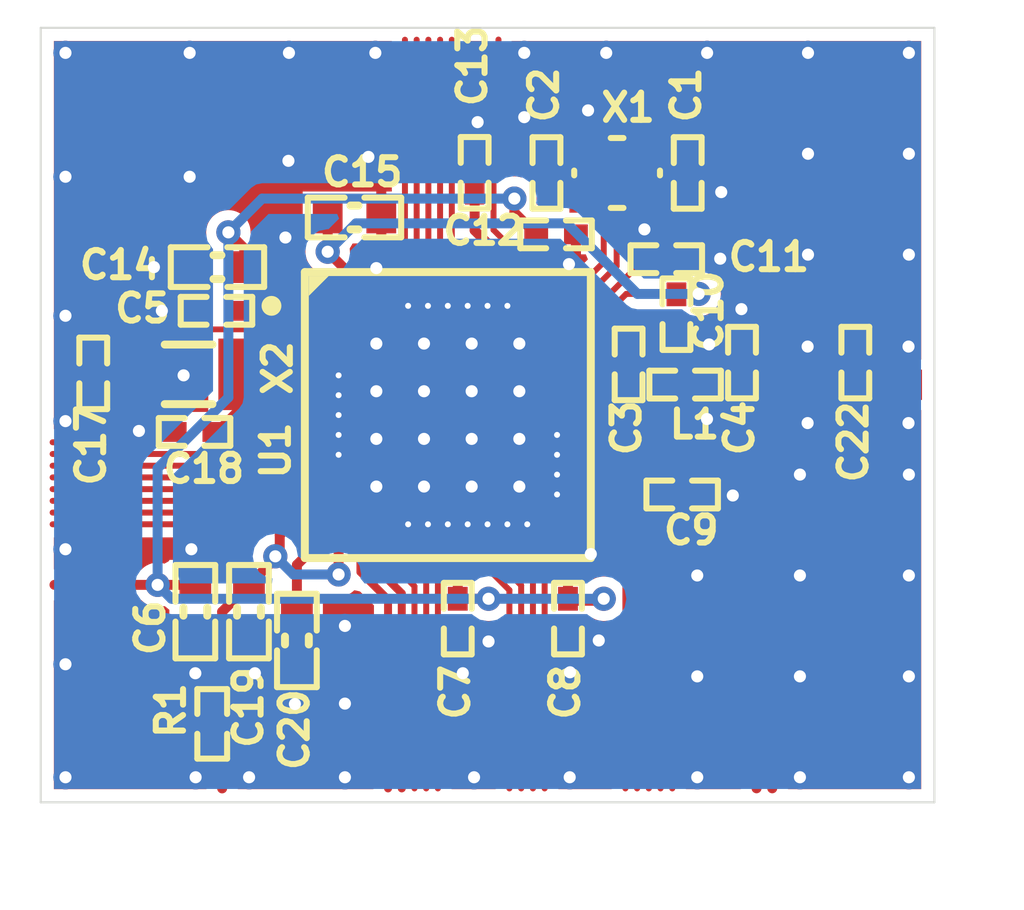
<source format=kicad_pcb>
(kicad_pcb (version 20221018) (generator pcbnew)
  (layers (0 "F.Cu" signal "Top Layer") (1 "In1.Cu" signal "Mid Layer 1") (2 "In2.Cu" signal "Mid Layer 2") (31 "B.Cu" signal "Bottom Layer") (34 "B.Paste" user "Bottom Paste") (35 "F.Paste" user "Top Paste") (36 "B.SilkS" user "Bottom Overlay") (37 "F.SilkS" user "Top Overlay") (38 "B.Mask" user "Bottom Solder") (39 "F.Mask" user "Top Solder") (44 "Edge.Cuts" user))
  (net 0 "")
  (net 1 "VBUS")
  (net 2 "NetC20_1")
  (net 3 "P1.15")
  (net 4 "P1.14")
  (net 5 "P1.13")
  (net 6 "P1.12")
  (net 7 "P1.11")
  (net 8 "P1.10")
  (net 9 "P1.09")
  (net 10 "P1.08")
  (net 11 "P1.07")
  (net 12 "P1.06")
  (net 13 "P1.05")
  (net 14 "P1.04")
  (net 15 "P1.03")
  (net 16 "P1.02")
  (net 17 "P1.01")
  (net 18 "P1.00")
  (net 19 "P0.31/AIN7")
  (net 20 "P0.30/AIN6")
  (net 21 "P0.29/AIN5")
  (net 22 "P0.18/RESET")
  (net 23 "P0.10/NFC2")
  (net 24 "P0.09/NFC1")
  (net 25 "NetC13_1")
  (net 26 "VBUS_nRF")
  (net 27 "NetC9_1")
  (net 28 "D-")
  (net 29 "D+")
  (net 30 "VDD_NRF")
  (net 31 "SWDIO")
  (net 32 "RF")
  (net 33 "P0.28/AIN4")
  (net 34 "P0.05/AIN3")
  (net 35 "P0.04/AIN2")
  (net 36 "P0.03/AIN1")
  (net 37 "P0.02/AIN0")
  (net 38 "P0.01/XL2")
  (net 39 "P0.00/XL1")
  (net 40 "NetC3_2")
  (net 41 "DEC3")
  (net 42 "GND")
  (net 43 "SWDCLK")
  (net 44 "P0.27")
  (net 45 "P0.26")
  (net 46 "P0.25")
  (net 47 "P0.24")
  (net 48 "P0.23")
  (net 49 "P0.22")
  (net 50 "P0.21")
  (net 51 "P0.20")
  (net 52 "P0.19")
  (net 53 "P0.17")
  (net 54 "P0.16")
  (net 55 "P0.15")
  (net 56 "P0.14")
  (net 57 "P0.13")
  (net 58 "P0.12")
  (net 59 "P0.11")
  (net 60 "P0.08")
  (net 61 "P0.07")
  (net 62 "P0.06")
  (net 63 "DEC1")
  (net 64 "DEC4_6")
  (net 65 "XC1")
  (net 66 "XC2")
  (footprint "D:_Applications_test_rsk_lib_RSK-ONLY_PcbLib_Passive.PcbLib_CAPC1608X06L" (layer "F.Cu") (at 141.70109 101.2786 180)
    (fp_text reference "C14")
    (fp_text value "1.0µF" hide)
  )
  (footprint "D:_Applications_test_rsk_lib_RSK-ONLY_PcbLib_Passive.PcbLib_CAPC1005X04L" (layer "F.Cu") (at 153.25666 102.4636 90)
    (fp_text reference "C10")
    (fp_text value "N.C." hide)
  )
  (footprint "" (layer "F.Cu") (at 159.0581 104.2416)
    (fp_text reference "")
    (fp_text value "")
  )
  (footprint "D:_Applications_test_rsk_lib_RSK-ONLY_PcbLib_Passive.PcbLib_CAPC1005X04L" (layer "F.Cu") (at 150.2261 100.4536)
    (fp_text reference "C12")
    (fp_text value "100nF" hide)
  )
  (footprint "D:_Applications_test_rsk_lib_RSK-ONLY_PcbLib_Passive.PcbLib_CAPC1608X06L" (layer "F.Cu") (at 141.1441 109.95361 -90)
    (fp_text reference "C6")
    (fp_text value "4.7µF" hide)
  )
  (footprint "D:_Applications_test_rsk_lib_RSK-ONLY_PcbLib_Passive.PcbLib_CAPC1005X04L" (layer "F.Cu") (at 138.5737 103.9536 90)
    (fp_text reference "C17")
    (fp_text value "12pF" hide)
  )
  (footprint "D:_Applications_test_rsk_lib_RSK-ONLY_PcbLib_Passive.PcbLib_CAPC1005X04L" (layer "F.Cu") (at 148.1761 98.9036 90)
    (fp_text reference "C13")
    (fp_text value "N.C." hide)
  )
  (footprint "Nordic Passive DB.DbLib:CAPC1005X04L" (layer "F.Cu") (at 152.05269 103.7282 -90)
    (fp_text reference "C3")
    (fp_text value "0.8pF" hide)
  )
  (footprint "D:_Applications_test_rsk_lib_RSK-ONLY_PcbLib_Passive.PcbLib_RESC1005X04L" (layer "F.Cu") (at 141.5691 112.7786 90)
    (fp_text reference "R1")
    (fp_text value "2R2" hide)
  )
  (footprint "0402.PCBLIB:CAPC1005X04L" (layer "F.Cu") (at 153.5403 98.90819 -90)
    (fp_text reference "C1")
    (fp_text value "12pF" hide)
  )
  (footprint "D:_Applications_test_rsk_lib_RSK-ONLY_PcbLib_Passive.PcbLib_CAPC1608X06L" (layer "F.Cu") (at 143.70107 110.6786 -90)
    (fp_text reference "C20")
    (fp_text value "4.7µF" hide)
  )
  (footprint "0402.PCBLIB:CAPC1005X04L" (layer "F.Cu") (at 147.7511 110.1286 -90)
    (fp_text reference "C7")
    (fp_text value "100nF" hide)
  )
  (footprint "0402.PCBLIB:CAPC1005X04L" (layer "F.Cu") (at 153.40107 107.0036)
    (fp_text reference "C9")
    (fp_text value "820pF" hide)
  )
  (footprint "0402.PCBLIB:CAPC1005X04L" (layer "F.Cu") (at 150.5261 110.1286 -90)
    (fp_text reference "C8")
    (fp_text value "100nF" hide)
  )
  (footprint "C:_Repositories_Applications_test_rsk_lib_RSK-ONLY_PcbLib_pcblib.PcbLib_XTAL_3215" (layer "F.Cu") (at 140.9737 103.9786)
    (fp_text reference "X2")
    (fp_text value "32.768kHz" hide)
  )
  (footprint "D:_Applications_test_rsk_lib_RSK-ONLY_PcbLib_AQFN50P700X700X85_HS-74N.PcbLib_AQFN50P700X700X85_HS-74N" (layer "F.Cu") (at 147.5011 105.0036)
    (fp_text reference "U1")
    (fp_text value "nRF52840-QIAA" hide)
  )
  (footprint "Nordic Passive DB.DbLib/Inductors$:INDC1005X04L" (layer "F.Cu") (at 153.47509 104.2362)
    (fp_text reference "L1")
    (fp_text value "4.7nH" hide)
  )
  (footprint "Nordic Discrete DB.DbLib/Crystal_Osc$:BT-XTAL_2016" (layer "F.Cu") (at 151.7623 98.90819 180)
    (fp_text reference "X1")
    (fp_text value "32MHz" hide)
  )
  (footprint "0402.PCBLIB:CAPC1005X04L" (layer "F.Cu") (at 141.6761 102.3786 180)
    (fp_text reference "C5")
    (fp_text value "100nF" hide)
  )
  (footprint "C:_Applications_test_rsk_lib_RSK-ONLY_PcbLib_Passive.PcbLib_CAPC1005X04L" (layer "F.Cu") (at 154.90766 103.6828 -90)
    (fp_text reference "C4")
    (fp_text value "0.5pF" hide)
  )
  (footprint "D:_Applications_test_rsk_lib_RSK-ONLY_PcbLib_Passive.PcbLib_CAPC1608X06L" (layer "F.Cu") (at 145.1511 100.0286 180)
    (fp_text reference "C15")
    (fp_text value "1.0µF" hide)
  )
  (footprint "0402.PCBLIB:CAPC1005X04L" (layer "F.Cu") (at 149.9843 98.90819 90)
    (fp_text reference "C2")
    (fp_text value "12pF" hide)
  )
  (footprint "D:_Applications_test_rsk_lib_RSK-ONLY_PcbLib_Passive.PcbLib_CAPC1608X06L" (layer "F.Cu") (at 142.49409 109.95361 -90)
    (fp_text reference "C19")
    (fp_text value "4.7µF" hide)
  )
  (footprint "D:_Applications_test_rsk_lib_RSK-ONLY_PcbLib_Passive.PcbLib_CAPC1005X04L" (layer "F.Cu") (at 153.0011 101.0786)
    (fp_text reference "C11")
    (fp_text value "100pF" hide)
  )
  (footprint "D:_Applications_test_rsk_lib_RSK-ONLY_PcbLib_Passive.PcbLib_CAPC1005X04L" (layer "F.Cu") (at 141.1237 105.4286 180)
    (fp_text reference "C18")
    (fp_text value "12pF" hide)
  )
  (footprint "C:_Application_test_rsk_lib_RSK-ONLY_PcbLib_Passive.PcbLib_CAPC1005X04L" (layer "F.Cu") (at 157.76009 103.6828 90)
    (fp_text reference "C22")
    (fp_text value "N.C." hide)
  )
  (gr_line (start 159.7511 114.7536) (end 159.7511 95.2536) (stroke (width 0.05)) (layer "Edge.Cuts"))
  (gr_line (start 137.2511 114.7536) (end 159.7511 114.7536) (stroke (width 0.05)) (layer "Edge.Cuts"))
  (gr_line (start 137.2511 95.2536) (end 137.2511 114.7536) (stroke (width 0.05)) (layer "Edge.Cuts"))
  (gr_line (start 159.7511 95.2536) (end 137.2511 95.2536) (stroke (width 0.05)) (layer "Edge.Cuts"))
  (segment (start 141.8191 114.4036) (end 141.8191 113.5286) (width 0.25) (layer "F.Cu") (net 1))
  (segment (start 141.5691 113.2786) (end 141.8191 113.5286) (width 0.25) (layer "F.Cu") (net 1))
  (segment (start 143.70107 108.774) (end 144.34359 108.13148) (width 0.25) (layer "F.Cu") (net 2))
  (segment (start 145.3756 107.8791) (end 145.5011 107.7536) (width 0.184) (layer "F.Cu") (net 2))
  (segment (start 144.34359 108.13148) (end 144.59597 107.8791) (width 0.184) (layer "F.Cu") (net 2))
  (segment (start 144.59597 107.8791) (end 145.3756 107.8791) (width 0.184) (layer "F.Cu") (net 2))
  (segment (start 143.70107 110.0036) (end 143.70107 108.774) (width 0.25) (layer "F.Cu") (net 2))
  (segment (start 147.3061 101.21642) (end 147.3061 95.5536) (width 0.15) (layer "F.Cu") (net 3))
  (segment (start 147.7511 101.7536) (end 147.7511 101.66141) (width 0.15) (layer "F.Cu") (net 3))
  (segment (start 147.3061 101.21642) (end 147.7511 101.66141) (width 0.15) (layer "F.Cu") (net 3))
  (via micro (at 148.00109 102.2536) (size 0.35) (drill 0.15) (layers "F.Cu" "In1.Cu") (net 4))
  (segment (start 147.6011 101.09422) (end 147.6011 95.5536) (width 0.15) (layer "F.Cu") (net 5))
  (segment (start 148.2511 101.7536) (end 148.2511 101.74422) (width 0.15) (layer "F.Cu") (net 5))
  (segment (start 147.6011 101.09422) (end 148.2511 101.74422) (width 0.15) (layer "F.Cu") (net 5))
  (via micro (at 148.5011 102.2536) (size 0.35) (drill 0.15) (layers "F.Cu" "In1.Cu") (net 6))
  (via micro (at 149.0011 102.2536) (size 0.35) (drill 0.15) (layers "F.Cu" "In1.Cu") (net 7))
  (segment (start 148.65129 100.3417) (end 148.65129 98.7286) (width 0.15) (layer "F.Cu") (net 8))
  (segment (start 148.7759 98.60399) (end 148.7759 95.55) (width 0.15) (layer "F.Cu") (net 8))
  (segment (start 148.65129 100.3417) (end 149.2511 100.94151) (width 0.15) (layer "F.Cu") (net 8))
  (segment (start 149.2511 101.7536) (end 149.2511 100.94151) (width 0.15) (layer "F.Cu") (net 8))
  (segment (start 148.65129 98.7286) (end 148.7759 98.60399) (width 0.15) (layer "F.Cu") (net 8))
  (segment (start 144.07609 105.7536) (end 144.2511 105.7536) (width 0.15) (layer "F.Cu") (net 9))
  (segment (start 137.5511 107.4586) (end 142.3711 107.4586) (width 0.15) (layer "F.Cu") (net 9))
  (segment (start 142.3711 107.4586) (end 144.07609 105.7536) (width 0.15) (layer "F.Cu") (net 9))
  (via micro (at 144.7511 105.5036) (size 0.35) (drill 0.15) (layers "F.Cu" "In1.Cu") (net 10))
  (via micro (at 150.2511 105.5036) (size 0.35) (drill 0.15) (layers "F.Cu" "In1.Cu") (net 11))
  (segment (start 150.76987 105.7536) (end 153.1515 108.13523) (width 0.15) (layer "F.Cu") (net 12))
  (segment (start 150.7511 105.7536) (end 150.76987 105.7536) (width 0.15) (layer "F.Cu") (net 12))
  (segment (start 153.1515 114.40361) (end 153.1515 108.13523) (width 0.15) (layer "F.Cu") (net 12))
  (via micro (at 150.2511 106.0036) (size 0.35) (drill 0.15) (layers "F.Cu" "In1.Cu") (net 13))
  (segment (start 152.8565 114.40361) (end 152.8565 108.25742) (width 0.15) (layer "F.Cu") (net 14))
  (segment (start 150.85267 106.2536) (end 152.8565 108.25742) (width 0.15) (layer "F.Cu") (net 14))
  (segment (start 150.7511 106.2536) (end 150.85267 106.2536) (width 0.15) (layer "F.Cu") (net 14))
  (via micro (at 150.2511 106.5036) (size 0.35) (drill 0.15) (layers "F.Cu" "In1.Cu") (net 15))
  (segment (start 150.93548 106.7536) (end 152.5615 108.37962) (width 0.15) (layer "F.Cu") (net 16))
  (segment (start 152.5615 114.40361) (end 152.5615 108.37962) (width 0.15) (layer "F.Cu") (net 16))
  (segment (start 150.7511 106.7536) (end 150.93548 106.7536) (width 0.15) (layer "F.Cu") (net 16))
  (via micro (at 150.2511 107.0036) (size 0.35) (drill 0.15) (layers "F.Cu" "In1.Cu") (net 17))
  (segment (start 149.9385 114.4036) (end 149.9385 109.04605) (width 0.15) (layer "F.Cu") (net 18))
  (segment (start 149.7511 108.85865) (end 149.7511 108.2536) (width 0.15) (layer "F.Cu") (net 18))
  (segment (start 149.7511 108.85865) (end 149.9385 109.04605) (width 0.15) (layer "F.Cu") (net 18))
  (segment (start 146.2511 101.7536) (end 146.2511 101.5436) (width 0.15) (layer "F.Cu") (net 19))
  (segment (start 146.4211 101.3736) (end 146.4211 95.5536) (width 0.15) (layer "F.Cu") (net 19))
  (segment (start 146.2511 101.5436) (end 146.4211 101.3736) (width 0.15) (layer "F.Cu") (net 19))
  (via micro (at 146.5011 102.2536) (size 0.35) (drill 0.15) (layers "F.Cu" "In1.Cu") (net 20))
  (segment (start 146.7161 101.71861) (end 146.7161 95.5536) (width 0.15) (layer "F.Cu") (net 21))
  (segment (start 146.7161 101.71861) (end 146.7511 101.7536) (width 0.15) (layer "F.Cu") (net 21))
  (via micro (at 147.5011 107.7536) (size 0.35) (drill 0.15) (layers "F.Cu" "In1.Cu") (net 22))
  (segment (start 154.95991 105.8586) (end 155.6685 106.56719) (width 0.25) (layer "F.Cu") (net 23))
  (segment (start 152.54962 105.8586) (end 154.95991 105.8586) (width 0.25) (layer "F.Cu") (net 23))
  (segment (start 155.6685 114.4016) (end 155.6685 106.56719) (width 0.25) (layer "F.Cu") (net 23))
  (segment (start 150.94462 104.2536) (end 152.54962 105.8586) (width 0.25) (layer "F.Cu") (net 23))
  (segment (start 150.7511 104.2536) (end 150.94462 104.2536) (width 0.25) (layer "F.Cu") (net 23))
  (segment (start 155.2735 114.4016) (end 155.2735 106.7308) (width 0.25) (layer "F.Cu") (net 24))
  (segment (start 152.386 106.2536) (end 154.7963 106.2536) (width 0.25) (layer "F.Cu") (net 24))
  (segment (start 150.886 104.7536) (end 152.386 106.2536) (width 0.25) (layer "F.Cu") (net 24))
  (segment (start 150.7511 104.7536) (end 150.886 104.7536) (width 0.25) (layer "F.Cu") (net 24))
  (segment (start 154.7963 106.2536) (end 155.2735 106.7308) (width 0.25) (layer "F.Cu") (net 24))
  (segment (start 148.7511 101.7536) (end 148.7511 100.92941) (width 0.25) (layer "F.Cu") (net 25))
  (segment (start 148.1761 100.35441) (end 148.7511 100.92941) (width 0.25) (layer "F.Cu") (net 25))
  (segment (start 148.1761 100.35441) (end 148.1761 99.4036) (width 0.25) (layer "F.Cu") (net 25))
  (segment (start 143.26909 108.5036) (end 143.26909 108.02432) (width 0.25) (layer "F.Cu") (net 26))
  (segment (start 141.8191 112.0286) (end 141.8191 109.9536) (width 0.25) (layer "F.Cu") (net 26))
  (segment (start 141.5691 112.2786) (end 141.8191 112.0286) (width 0.25) (layer "F.Cu") (net 26))
  (segment (start 143.26909 108.02432) (end 144.13131 107.1621) (width 0.25) (layer "F.Cu") (net 26))
  (segment (start 142.49409 109.27861) (end 143.26909 108.5036) (width 0.25) (layer "F.Cu") (net 26))
  (segment (start 144.7511 109.0168) (end 144.7511 108.2536) (width 0.25) (layer "F.Cu") (net 26))
  (segment (start 144.13131 107.1621) (end 144.51631 107.1621) (width 0.25) (layer "F.Cu") (net 26))
  (segment (start 144.6748 107.0036) (end 144.7511 107.0036) (width 0.25) (layer "F.Cu") (net 26))
  (segment (start 144.51631 107.1621) (end 144.6748 107.0036) (width 0.25) (layer "F.Cu") (net 26))
  (segment (start 141.8191 109.9536) (end 142.49409 109.27861) (width 0.25) (layer "F.Cu") (net 26))
  (via (at 143.1577 108.5596) (size 0.6096) (drill 0.3048) (layers "F.Cu" "B.Cu") (net 26))
  (via (at 144.7511 109.0168) (size 0.6096) (drill 0.3048) (layers "F.Cu" "B.Cu") (net 26))
  (segment (start 143.6149 109.0168) (end 144.7511 109.0168) (width 0.25) (layer "B.Cu") (net 26))
  (segment (start 143.1831 108.585) (end 143.6149 109.0168) (width 0.25) (layer "B.Cu") (net 26))
  (segment (start 152.57739 107.0036) (end 152.90107 107.0036) (width 0.25) (layer "F.Cu") (net 27))
  (segment (start 150.7511 105.2536) (end 150.82739 105.2536) (width 0.25) (layer "F.Cu") (net 27))
  (segment (start 150.82739 105.2536) (end 152.57739 107.0036) (width 0.25) (layer "F.Cu") (net 27))
  (segment (start 145.3009 108.9534) (end 145.3009 108.30341) (width 0.2) (layer "F.Cu") (net 28))
  (segment (start 145.3009 108.9534) (end 145.9961 109.6486) (width 0.2) (layer "F.Cu") (net 28))
  (segment (start 145.2511 108.2536) (end 145.3009 108.30341) (width 0.2) (layer "F.Cu") (net 28))
  (segment (start 145.9961 114.4036) (end 145.9961 109.6486) (width 0.2) (layer "F.Cu") (net 28))
  (segment (start 146.3411 114.4036) (end 146.3411 109.4936) (width 0.2) (layer "F.Cu") (net 29))
  (segment (start 145.75109 108.9036) (end 146.3411 109.4936) (width 0.2) (layer "F.Cu") (net 29))
  (segment (start 145.75109 108.9036) (end 145.75109 108.2536) (width 0.2) (layer "F.Cu") (net 29))
  (segment (start 150.2511 108.2536) (end 150.5261 108.5286) (width 0.25) (layer "F.Cu") (net 30))
  (segment (start 149.7261 100.4536) (end 149.7511 100.4786) (width 0.25) (layer "F.Cu") (net 30))
  (segment (start 150.5761 109.6786) (end 151.4261 109.6786) (width 0.25) (layer "F.Cu") (net 30))
  (segment (start 150.5261 109.6286) (end 150.5761 109.6786) (width 0.25) (layer "F.Cu") (net 30))
  (segment (start 142.63119 108.1036) (end 143.98119 106.7536) (width 0.25) (layer "F.Cu") (net 30))
  (segment (start 142.37609 101.2786) (end 143.2761 101.2786) (width 0.25) (layer "F.Cu") (net 30))
  (segment (start 143.98119 106.7536) (end 144.2511 106.7536) (width 0.25) (layer "F.Cu") (net 30))
  (segment (start 141.9761 100.4036) (end 142.37609 100.8036) (width 0.25) (layer "F.Cu") (net 30))
  (segment (start 147.7511 109.6286) (end 148.5261 109.6286) (width 0.25) (layer "F.Cu") (net 30))
  (segment (start 143.2761 101.2786) (end 144.2511 102.2536) (width 0.25) (layer "F.Cu") (net 30))
  (segment (start 137.5973 109.27861) (end 140.1941 109.27861) (width 0.25) (layer "F.Cu") (net 30))
  (segment (start 147.7511 109.6286) (end 147.7511 108.2536) (width 0.25) (layer "F.Cu") (net 30))
  (segment (start 142.3191 108.1036) (end 142.63119 108.1036) (width 0.25) (layer "F.Cu") (net 30))
  (segment (start 149.1761 99.9036) (end 149.7261 100.4536) (width 0.25) (layer "F.Cu") (net 30))
  (segment (start 141.1441 109.27861) (end 142.3191 108.1036) (width 0.25) (layer "F.Cu") (net 30))
  (segment (start 142.37609 101.2786) (end 142.37609 100.8036) (width 0.25) (layer "F.Cu") (net 30))
  (segment (start 149.7511 101.7536) (end 149.7511 100.4786) (width 0.25) (layer "F.Cu") (net 30))
  (segment (start 149.1761 99.9036) (end 149.1761 99.5536) (width 0.25) (layer "F.Cu") (net 30))
  (segment (start 140.1941 109.27861) (end 141.1441 109.27861) (width 0.25) (layer "F.Cu") (net 30))
  (segment (start 150.5261 109.6286) (end 150.5261 108.5286) (width 0.25) (layer "F.Cu") (net 30))
  (via (at 148.5261 109.6286) (size 0.6096) (drill 0.3048) (layers "F.Cu" "B.Cu") (net 30))
  (via (at 151.4261 109.6286) (size 0.6096) (drill 0.3048) (layers "F.Cu" "B.Cu") (net 30))
  (via (at 149.1761 99.5536) (size 0.6096) (drill 0.3048) (layers "F.Cu" "B.Cu") (net 30))
  (via (at 140.1941 109.27861) (size 0.6096) (drill 0.3048) (layers "F.Cu" "B.Cu") (net 30))
  (via (at 141.9761 100.4036) (size 0.6096) (drill 0.3048) (layers "F.Cu" "B.Cu") (net 30))
  (segment (start 142.82609 99.5536) (end 149.1761 99.5536) (width 0.25) (layer "B.Cu") (net 30))
  (segment (start 140.1941 106.3416) (end 141.9761 104.5596) (width 0.25) (layer "B.Cu") (net 30))
  (segment (start 140.1941 109.27861) (end 140.1941 106.3416) (width 0.25) (layer "B.Cu") (net 30))
  (segment (start 148.5261 109.6286) (end 148.5261 109.6286) (width 0.25) (layer "B.Cu") (net 30))
  (segment (start 148.5261 109.6286) (end 151.4261 109.6286) (width 0.25) (layer "B.Cu") (net 30))
  (segment (start 140.5441 109.6286) (end 148.5261 109.6286) (width 0.25) (layer "B.Cu") (net 30))
  (segment (start 141.9761 100.4036) (end 142.82609 99.5536) (width 0.25) (layer "B.Cu") (net 30))
  (segment (start 140.1941 109.27861) (end 140.5441 109.6286) (width 0.25) (layer "B.Cu") (net 30))
  (segment (start 141.9761 104.5596) (end 141.9761 100.4036) (width 0.25) (layer "B.Cu") (net 30))
  (segment (start 151.1011 107.7536) (end 151.9715 108.624) (width 0.15) (layer "F.Cu") (net 31))
  (segment (start 151.9715 114.40361) (end 151.9715 108.624) (width 0.15) (layer "F.Cu") (net 31))
  (segment (start 150.7511 107.7536) (end 151.1011 107.7536) (width 0.15) (layer "F.Cu") (net 31))
  (segment (start 154.01866 104.2416) (end 159.0581 104.2416) (width 0.762) (layer "F.Cu") (net 32))
  (via micro (at 147.0011 102.2536) (size 0.35) (drill 0.15) (layers "F.Cu" "In1.Cu") (net 33))
  (via micro (at 144.7511 104.5036) (size 0.35) (drill 0.15) (layers "F.Cu" "In1.Cu") (net 34))
  (segment (start 141.92552 106.5736) (end 144.24551 104.2536) (width 0.15) (layer "F.Cu") (net 35))
  (segment (start 144.24551 104.2536) (end 144.2511 104.2536) (width 0.15) (layer "F.Cu") (net 35))
  (segment (start 137.5511 106.5736) (end 141.92552 106.5736) (width 0.15) (layer "F.Cu") (net 35))
  (via micro (at 147.5011 102.2536) (size 0.35) (drill 0.15) (layers "F.Cu" "In1.Cu") (net 36))
  (segment (start 147.0111 101.33861) (end 147.0111 95.5536) (width 0.15) (layer "F.Cu") (net 37))
  (segment (start 147.2511 101.7536) (end 147.2511 101.5786) (width 0.15) (layer "F.Cu") (net 37))
  (segment (start 147.0111 101.33861) (end 147.2511 101.5786) (width 0.15) (layer "F.Cu") (net 37))
  (segment (start 141.6237 105.4286) (end 142.2237 104.8286) (width 0.145) (layer "F.Cu") (net 38))
  (segment (start 142.2237 104.8286) (end 142.2237 103.9786) (width 0.145) (layer "F.Cu") (net 38))
  (segment (start 142.2237 103.9786) (end 142.80371 103.3986) (width 0.145) (layer "F.Cu") (net 38))
  (segment (start 141.6237 105.6536) (end 141.6237 105.4286) (width 0.15) (layer "F.Cu") (net 38))
  (segment (start 142.80371 103.3986) (end 144.64609 103.3986) (width 0.145) (layer "F.Cu") (net 38))
  (segment (start 137.5511 105.9836) (end 141.2937 105.9836) (width 0.15) (layer "F.Cu") (net 38))
  (segment (start 141.2937 105.9836) (end 141.6237 105.6536) (width 0.15) (layer "F.Cu") (net 38))
  (segment (start 144.64609 103.3986) (end 144.7511 103.5036) (width 0.145) (layer "F.Cu") (net 38))
  (segment (start 139.2487 104.4536) (end 139.7237 103.9786) (width 0.145) (layer "F.Cu") (net 39))
  (segment (start 138.5737 105.32558) (end 138.5737 104.4536) (width 0.15) (layer "F.Cu") (net 39))
  (segment (start 143.38423 102.8461) (end 143.63423 103.09611) (width 0.145) (layer "F.Cu") (net 39))
  (segment (start 139.8761 103.9786) (end 141.0086 102.8461) (width 0.145) (layer "F.Cu") (net 39))
  (segment (start 139.7237 103.9786) (end 139.8761 103.9786) (width 0.145) (layer "F.Cu") (net 39))
  (segment (start 143.6561 103.10861) (end 144.64609 103.10861) (width 0.145) (layer "F.Cu") (net 39))
  (segment (start 141.0086 102.8461) (end 143.38423 102.8461) (width 0.145) (layer "F.Cu") (net 39))
  (segment (start 138.5737 104.4536) (end 139.2487 104.4536) (width 0.145) (layer "F.Cu") (net 39))
  (segment (start 144.64609 103.10861) (end 144.7511 103.0036) (width 0.145) (layer "F.Cu") (net 39))
  (segment (start 138.21068 105.6886) (end 138.5737 105.32558) (width 0.15) (layer "F.Cu") (net 39))
  (segment (start 143.63423 103.09611) (end 143.6436 103.09611) (width 0.145) (layer "F.Cu") (net 39))
  (segment (start 143.6436 103.09611) (end 143.6561 103.10861) (width 0.145) (layer "F.Cu") (net 39))
  (segment (start 137.5511 105.6886) (end 138.21068 105.6886) (width 0.15) (layer "F.Cu") (net 39))
  (segment (start 150.35609 103.8986) (end 151.7213 103.8986) (width 0.145) (layer "F.Cu") (net 40))
  (segment (start 150.2511 104.0036) (end 150.3561 103.8986) (width 0.145) (layer "F.Cu") (net 40))
  (segment (start 152.0557 104.233) (end 152.94968 104.233) (width 0.508) (layer "F.Cu") (net 40))
  (segment (start 152.0557 104.233) (end 152.06069 104.23799) (width 0.145) (layer "F.Cu") (net 40))
  (segment (start 151.7213 103.8986) (end 152.0557 104.233) (width 0.145) (layer "F.Cu") (net 40))
  (segment (start 150.8511 102.6786) (end 152.4511 101.0786) (width 0.15) (layer "F.Cu") (net 41))
  (segment (start 150.58168 102.6786) (end 150.8511 102.6786) (width 0.15) (layer "F.Cu") (net 41))
  (segment (start 150.25668 103.0036) (end 150.58168 102.6786) (width 0.15) (layer "F.Cu") (net 41))
  (segment (start 150.2511 103.0036) (end 150.25668 103.0036) (width 0.15) (layer "F.Cu") (net 41))
  (segment (start 147.5011 105.0036) (end 148.1011 104.4036) (width 0.25) (layer "F.Cu") (net 42))
  (segment (start 150.2511 103.5036) (end 150.3561 103.60861) (width 0.145) (layer "F.Cu") (net 42))
  (segment (start 146.0011 103.5036) (end 147.5011 105.0036) (width 0.25) (layer "F.Cu") (net 42))
  (segment (start 150.35609 103.60861) (end 151.67228 103.60861) (width 0.145) (layer "F.Cu") (net 42))
  (segment (start 146.0011 102.2536) (end 146.0011 102.0799) (width 0.25) (layer "F.Cu") (net 42))
  (segment (start 145.84359 101.92239) (end 146.0011 102.0799) (width 0.25) (layer "F.Cu") (net 42))
  (segment (start 148.1011 104.4036) (end 149.0011 103.5036) (width 0.25) (layer "F.Cu") (net 42))
  (segment (start 151.67228 103.60861) (end 152.05269 103.2282) (width 0.145) (layer "F.Cu") (net 42))
  (segment (start 149.0011 103.5036) (end 150.2511 103.5036) (width 0.25) (layer "F.Cu") (net 42))
  (segment (start 145.84359 101.92239) (end 145.84359 101.3611) (width 0.25) (layer "F.Cu") (net 42))
  (segment (start 146.0011 103.5036) (end 146.0011 102.2536) (width 0.25) (layer "F.Cu") (net 42))
  (via (at 159.09969 103.279) (size 0.6096) (drill 0.3048) (layers "F.Cu" "B.Cu") (net 42))
  (via (at 149.3011 105.60361) (size 0.6096) (drill 0.3048) (layers "F.Cu" "B.Cu") (net 42))
  (via (at 159.09928 105.2052) (size 0.6096) (drill 0.3048) (layers "F.Cu" "B.Cu") (net 42))
  (via (at 150.55109 101.2036) (size 0.6096) (drill 0.3048) (layers "F.Cu" "B.Cu") (net 42))
  (via (at 156.3657 114.1222) (size 0.6096) (drill 0.3048) (layers "F.Cu" "B.Cu") (net 42))
  (via (at 149.4249 97.5036) (size 0.6096) (drill 0.3048) (layers "F.Cu" "B.Cu") (net 42))
  (via (at 148.1011 104.4036) (size 0.6096) (drill 0.3048) (layers "F.Cu" "B.Cu") (net 42))
  (via (at 147.8777 111.5036) (size 0.6096) (drill 0.3048) (layers "F.Cu" "B.Cu") (net 42))
  (via (at 154.0289 95.885) (size 0.6096) (drill 0.3048) (layers "F.Cu" "B.Cu") (net 42))
  (via (at 140.1011 101.2786) (size 0.6096) (drill 0.3048) (layers "F.Cu" "B.Cu") (net 42))
  (via (at 154.8925 102.3366) (size 0.6096) (drill 0.3048) (layers "F.Cu" "B.Cu") (net 42))
  (via (at 154.0797 103.2256) (size 0.6096) (drill 0.3048) (layers "F.Cu" "B.Cu") (net 42))
  (via (at 156.3657 109.0422) (size 0.6096) (drill 0.3048) (layers "F.Cu" "B.Cu") (net 42))
  (via (at 151.1011 108.5036) (size 0.6096) (drill 0.3048) (layers "F.Cu" "B.Cu") (net 42))
  (via (at 148.1011 105.60361) (size 0.6096) (drill 0.3048) (layers "F.Cu" "B.Cu") (net 42))
  (via (at 159.1089 114.1222) (size 0.6096) (drill 0.3048) (layers "F.Cu" "B.Cu") (net 42))
  (via (at 139.7241 105.4036) (size 0.6096) (drill 0.3048) (layers "F.Cu" "B.Cu") (net 42))
  (via (at 141.0441 108.3818) (size 0.6096) (drill 0.3048) (layers "F.Cu" "B.Cu") (net 42))
  (via (at 145.70109 104.4036) (size 0.6096) (drill 0.3048) (layers "F.Cu" "B.Cu") (net 42))
  (via (at 141.0011 95.885) (size 0.6096) (drill 0.3048) (layers "F.Cu" "B.Cu") (net 42))
  (via (at 146.90109 103.2036) (size 0.6096) (drill 0.3048) (layers "F.Cu" "B.Cu") (net 42))
  (via (at 159.1089 109.0422) (size 0.6096) (drill 0.3048) (layers "F.Cu" "B.Cu") (net 42))
  (via (at 159.1089 95.885) (size 0.6096) (drill 0.3048) (layers "F.Cu" "B.Cu") (net 42))
  (via (at 144.9103 110.3122) (size 0.6096) (drill 0.3048) (layers "F.Cu" "B.Cu") (net 42))
  (via (at 145.70109 105.60361) (size 0.6096) (drill 0.3048) (layers "F.Cu" "B.Cu") (net 42))
  (via (at 148.5261 110.7036) (size 0.6096) (drill 0.3048) (layers "F.Cu" "B.Cu") (net 42))
  (via (at 154.6761 107.0286) (size 0.6096) (drill 0.3048) (layers "F.Cu" "B.Cu") (net 42))
  (via (at 153.7805 111.5822) (size 0.6096) (drill 0.3048) (layers "F.Cu" "B.Cu") (net 42))
  (via (at 150.5693 114.1222) (size 0.6096) (drill 0.3048) (layers "F.Cu" "B.Cu") (net 42))
  (via (at 148.2511 97.6286) (size 0.6096) (drill 0.3048) (layers "F.Cu" "B.Cu") (net 42))
  (via (at 156.5689 100.965) (size 0.6096) (drill 0.3048) (layers "F.Cu" "B.Cu") (net 42))
  (via (at 146.90109 104.4036) (size 0.6096) (drill 0.3048) (layers "F.Cu" "B.Cu") (net 42))
  (via (at 150.5769 111.4794) (size 0.6096) (drill 0.3048) (layers "F.Cu" "B.Cu") (net 42))
  (via (at 143.6511 112.2786) (size 0.6096) (drill 0.3048) (layers "F.Cu" "B.Cu") (net 42))
  (via (at 141.1511 114.1222) (size 0.6096) (drill 0.3048) (layers "F.Cu" "B.Cu") (net 42))
  (via (at 152.4511 100.3286) (size 0.6096) (drill 0.3048) (layers "F.Cu" "B.Cu") (net 42))
  (via (at 141.0011 99.0036) (size 0.6096) (drill 0.3048) (layers "F.Cu" "B.Cu") (net 42))
  (via (at 144.9103 114.1222) (size 0.6096) (drill 0.3048) (layers "F.Cu" "B.Cu") (net 42))
  (via (at 159.1089 98.425) (size 0.6096) (drill 0.3048) (layers "F.Cu" "B.Cu") (net 42))
  (via (at 156.3657 111.5822) (size 0.6096) (drill 0.3048) (layers "F.Cu" "B.Cu") (net 42))
  (via (at 149.3011 106.80361) (size 0.6096) (drill 0.3048) (layers "F.Cu" "B.Cu") (net 42))
  (via (at 154.3591 101.0666) (size 0.6096) (drill 0.3048) (layers "F.Cu" "B.Cu") (net 42))
  (via (at 154.02609 105.1036) (size 0.6096) (drill 0.3048) (layers "F.Cu" "B.Cu") (net 42))
  (via (at 151.3011 110.6786) (size 0.6096) (drill 0.3048) (layers "F.Cu" "B.Cu") (net 42))
  (via (at 159.1089 100.965) (size 0.6096) (drill 0.3048) (layers "F.Cu" "B.Cu") (net 42))
  (via (at 145.50109 98.5036) (size 0.6096) (drill 0.3048) (layers "F.Cu" "B.Cu") (net 42))
  (via (at 145.6761 95.885) (size 0.6096) (drill 0.3048) (layers "F.Cu" "B.Cu") (net 42))
  (via (at 153.7805 109.0422) (size 0.6096) (drill 0.3048) (layers "F.Cu" "B.Cu") (net 42))
  (via (at 156.5689 98.425) (size 0.6096) (drill 0.3048) (layers "F.Cu" "B.Cu") (net 42))
  (via (at 148.1615 114.1222) (size 0.6096) (drill 0.3048) (layers "F.Cu" "B.Cu") (net 42))
  (via (at 156.5689 95.885) (size 0.6096) (drill 0.3048) (layers "F.Cu" "B.Cu") (net 42))
  (via (at 137.8745 111.2774) (size 0.6096) (drill 0.3048) (layers "F.Cu" "B.Cu") (net 42))
  (via (at 148.1011 106.80361) (size 0.6096) (drill 0.3048) (layers "F.Cu" "B.Cu") (net 42))
  (via (at 149.4249 95.885) (size 0.6096) (drill 0.3048) (layers "F.Cu" "B.Cu") (net 42))
  (via (at 154.3845 99.3902) (size 0.6096) (drill 0.3048) (layers "F.Cu" "B.Cu") (net 42))
  (via (at 145.70109 103.2036) (size 0.6096) (drill 0.3048) (layers "F.Cu" "B.Cu") (net 42))
  (via (at 151.4889 95.885) (size 0.6096) (drill 0.3048) (layers "F.Cu" "B.Cu") (net 42))
  (via (at 146.90109 106.80361) (size 0.6096) (drill 0.3048) (layers "F.Cu" "B.Cu") (net 42))
  (via (at 137.8745 105.156) (size 0.6096) (drill 0.3048) (layers "F.Cu" "B.Cu") (net 42))
  (via (at 137.8745 95.885) (size 0.6096) (drill 0.3048) (layers "F.Cu" "B.Cu") (net 42))
  (via (at 143.4117 100.5332) (size 0.6096) (drill 0.3048) (layers "F.Cu" "B.Cu") (net 42))
  (via (at 142.6441 111.5036) (size 0.6096) (drill 0.3048) (layers "F.Cu" "B.Cu") (net 42))
  (via (at 143.5011 95.885) (size 0.6096) (drill 0.3048) (layers "F.Cu" "B.Cu") (net 42))
  (via (at 140.8487 104.0036) (size 0.6096) (drill 0.3048) (layers "F.Cu" "B.Cu") (net 42))
  (via (at 144.9103 112.268) (size 0.6096) (drill 0.3048) (layers "F.Cu" "B.Cu") (net 42))
  (via (at 145.70109 106.80361) (size 0.6096) (drill 0.3048) (layers "F.Cu" "B.Cu") (net 42))
  (via (at 159.1089 106.5022) (size 0.6096) (drill 0.3048) (layers "F.Cu" "B.Cu") (net 42))
  (via (at 137.8745 114.1222) (size 0.6096) (drill 0.3048) (layers "F.Cu" "B.Cu") (net 42))
  (via (at 137.8745 99.0036) (size 0.6096) (drill 0.3048) (layers "F.Cu" "B.Cu") (net 42))
  (via (at 137.8745 108.3818) (size 0.6096) (drill 0.3048) (layers "F.Cu" "B.Cu") (net 42))
  (via (at 145.7011 101.3036) (size 0.6096) (drill 0.3048) (layers "F.Cu" "B.Cu") (net 42))
  (via (at 140.3011 102.3786) (size 0.6096) (drill 0.3048) (layers "F.Cu" "B.Cu") (net 42))
  (via (at 142.4973 114.1222) (size 0.6096) (drill 0.3048) (layers "F.Cu" "B.Cu") (net 42))
  (via (at 146.90109 105.60361) (size 0.6096) (drill 0.3048) (layers "F.Cu" "B.Cu") (net 42))
  (via (at 137.8745 102.5036) (size 0.6096) (drill 0.3048) (layers "F.Cu" "B.Cu") (net 42))
  (via (at 149.3011 104.4036) (size 0.6096) (drill 0.3048) (layers "F.Cu" "B.Cu") (net 42))
  (via (at 156.55969 103.279) (size 0.6096) (drill 0.3048) (layers "F.Cu" "B.Cu") (net 42))
  (via (at 153.7805 114.1222) (size 0.6096) (drill 0.3048) (layers "F.Cu" "B.Cu") (net 42))
  (via (at 148.1011 103.2036) (size 0.6096) (drill 0.3048) (layers "F.Cu" "B.Cu") (net 42))
  (via (at 156.3657 106.5022) (size 0.6096) (drill 0.3048) (layers "F.Cu" "B.Cu") (net 42))
  (via (at 156.55928 105.2052) (size 0.6096) (drill 0.3048) (layers "F.Cu" "B.Cu") (net 42))
  (via (at 143.4879 98.6028) (size 0.6096) (drill 0.3048) (layers "F.Cu" "B.Cu") (net 42))
  (via (at 151.0317 97.3328) (size 0.6096) (drill 0.3048) (layers "F.Cu" "B.Cu") (net 42))
  (via (at 159.1089 111.5822) (size 0.6096) (drill 0.3048) (layers "F.Cu" "B.Cu") (net 42))
  (via (at 149.3011 103.2036) (size 0.6096) (drill 0.3048) (layers "F.Cu" "B.Cu") (net 42))
  (via (at 141.1441 111.5036) (size 0.6096) (drill 0.3048) (layers "F.Cu" "B.Cu") (net 42))
  (segment (start 152.2665 114.40361) (end 152.2665 108.50181) (width 0.15) (layer "F.Cu") (net 43))
  (segment (start 151.01829 107.2536) (end 152.2665 108.50181) (width 0.15) (layer "F.Cu") (net 43))
  (segment (start 150.7511 107.2536) (end 151.01829 107.2536) (width 0.15) (layer "F.Cu") (net 43))
  (via micro (at 144.7511 104.0036) (size 0.35) (drill 0.15) (layers "F.Cu" "In1.Cu") (net 44))
  (segment (start 141.72052 106.2786) (end 144.24551 103.7536) (width 0.15) (layer "F.Cu") (net 45))
  (segment (start 144.24551 103.7536) (end 144.2511 103.7536) (width 0.15) (layer "F.Cu") (net 45))
  (segment (start 137.5511 106.2786) (end 141.72052 106.2786) (width 0.15) (layer "F.Cu") (net 45))
  (via micro (at 149.5011 107.7536) (size 0.35) (drill 0.15) (layers "F.Cu" "In1.Cu") (net 46))
  (segment (start 149.6435 114.4036) (end 149.6435 109.16824) (width 0.15) (layer "F.Cu") (net 47))
  (segment (start 149.25109 108.77704) (end 149.6423 109.16824) (width 0.15) (layer "F.Cu") (net 47))
  (segment (start 149.25109 108.77704) (end 149.25109 108.2536) (width 0.15) (layer "F.Cu") (net 47))
  (via micro (at 149.0011 107.7536) (size 0.35) (drill 0.15) (layers "F.Cu" "In1.Cu") (net 48))
  (segment (start 148.7511 108.69423) (end 149.34729 109.29043) (width 0.15) (layer "F.Cu") (net 49))
  (segment (start 149.34729 114.4036) (end 149.34729 109.29043) (width 0.15) (layer "F.Cu") (net 49))
  (segment (start 148.7511 108.69423) (end 148.7511 108.2536) (width 0.15) (layer "F.Cu") (net 49))
  (via micro (at 148.5011 107.7536) (size 0.35) (drill 0.15) (layers "F.Cu" "In1.Cu") (net 50))
  (segment (start 148.25109 108.61142) (end 149.0511 109.41142) (width 0.15) (layer "F.Cu") (net 51))
  (segment (start 148.25109 108.61142) (end 148.25109 108.2536) (width 0.15) (layer "F.Cu") (net 51))
  (segment (start 149.0511 114.4036) (end 149.0511 109.41142) (width 0.15) (layer "F.Cu") (net 51))
  (via micro (at 148.0011 107.7536) (size 0.35) (drill 0.15) (layers "F.Cu" "In1.Cu") (net 52))
  (segment (start 147.2511 114.4036) (end 147.2511 108.2536) (width 0.15) (layer "F.Cu") (net 53))
  (via micro (at 147.0011 107.7536) (size 0.35) (drill 0.15) (layers "F.Cu" "In1.Cu") (net 54))
  (segment (start 146.9561 114.4036) (end 146.9561 109.19141) (width 0.15) (layer "F.Cu") (net 55))
  (segment (start 146.75109 108.98641) (end 146.75109 108.2536) (width 0.15) (layer "F.Cu") (net 55))
  (segment (start 146.75109 108.98641) (end 146.9561 109.19141) (width 0.15) (layer "F.Cu") (net 55))
  (via micro (at 146.5011 107.7536) (size 0.35) (drill 0.15) (layers "F.Cu" "In1.Cu") (net 56))
  (segment (start 146.2511 108.9036) (end 146.6611 109.3136) (width 0.15) (layer "F.Cu") (net 57))
  (segment (start 146.6611 114.4036) (end 146.6611 109.3136) (width 0.15) (layer "F.Cu") (net 57))
  (segment (start 146.2511 108.9036) (end 146.2511 108.2536) (width 0.15) (layer "F.Cu") (net 57))
  (segment (start 143.99329 106.2536) (end 144.2511 106.2536) (width 0.15) (layer "F.Cu") (net 58))
  (segment (start 137.5511 107.7536) (end 142.49329 107.7536) (width 0.15) (layer "F.Cu") (net 58))
  (segment (start 142.49329 107.7536) (end 143.99329 106.2536) (width 0.15) (layer "F.Cu") (net 58))
  (via micro (at 144.7511 106.0036) (size 0.35) (drill 0.15) (layers "F.Cu" "In1.Cu") (net 59))
  (segment (start 144.1511 105.2536) (end 144.2511 105.2536) (width 0.15) (layer "F.Cu") (net 60))
  (segment (start 142.2411 107.1636) (end 144.1511 105.2536) (width 0.15) (layer "F.Cu") (net 60))
  (segment (start 137.5511 107.1636) (end 142.2411 107.1636) (width 0.15) (layer "F.Cu") (net 60))
  (via micro (at 144.7511 105.0036) (size 0.35) (drill 0.15) (layers "F.Cu" "In1.Cu") (net 61))
  (segment (start 144.1761 104.7536) (end 144.2511 104.7536) (width 0.15) (layer "F.Cu") (net 62))
  (segment (start 142.0611 106.8686) (end 144.1761 104.7536) (width 0.15) (layer "F.Cu") (net 62))
  (segment (start 137.5511 106.8686) (end 142.0611 106.8686) (width 0.15) (layer "F.Cu") (net 62))
  (segment (start 143.7761 102.7536) (end 144.2511 102.7536) (width 0.25) (layer "F.Cu") (net 63))
  (segment (start 143.4011 102.3786) (end 143.7761 102.7536) (width 0.25) (layer "F.Cu") (net 63))
  (segment (start 142.1761 102.3786) (end 143.4011 102.3786) (width 0.25) (layer "F.Cu") (net 63))
  (segment (start 145.5011 102.2536) (end 145.5011 102.17731) (width 0.25) (layer "F.Cu") (net 64))
  (segment (start 144.4761 100.89149) (end 145.4011 101.81649) (width 0.25) (layer "F.Cu") (net 64))
  (segment (start 145.4011 102.07731) (end 145.5011 102.17731) (width 0.25) (layer "F.Cu") (net 64))
  (segment (start 150.7511 103.2536) (end 150.7511 103.1958) (width 0.15) (layer "F.Cu") (net 64))
  (segment (start 145.4011 102.07731) (end 145.4011 101.81649) (width 0.25) (layer "F.Cu") (net 64))
  (segment (start 150.7511 103.1958) (end 151.99329 101.9536) (width 0.15) (layer "F.Cu") (net 64))
  (segment (start 151.99329 101.9536) (end 153.8153 101.9536) (width 0.15) (layer "F.Cu") (net 64))
  (segment (start 144.4761 100.89149) (end 144.4761 100.0286) (width 0.25) (layer "F.Cu") (net 64))
  (via (at 144.4761 100.89149) (size 0.6096) (drill 0.3048) (layers "F.Cu" "B.Cu") (net 64))
  (via (at 153.8153 101.9536) (size 0.6096) (drill 0.3048) (layers "F.Cu" "B.Cu") (net 64))
  (segment (start 152.2743 101.9536) (end 153.8153 101.9536) (width 0.25) (layer "B.Cu") (net 64))
  (segment (start 144.4761 100.89149) (end 145.18999 100.1776) (width 0.25) (layer "B.Cu") (net 64))
  (segment (start 145.18999 100.1776) (end 150.4983 100.1776) (width 0.25) (layer "B.Cu") (net 64))
  (segment (start 150.4983 100.1776) (end 152.2743 101.9536) (width 0.25) (layer "B.Cu") (net 64))
  (segment (start 152.2465 98.4082) (end 153.5403 98.4082) (width 0.15) (layer "F.Cu") (net 65))
  (segment (start 150.7511 102.2536) (end 151.7511 101.2536) (width 0.15) (layer "F.Cu") (net 65))
  (segment (start 151.7511 98.9036) (end 152.2465 98.4082) (width 0.15) (layer "F.Cu") (net 65))
  (segment (start 151.7511 101.2536) (end 151.7511 98.9036) (width 0.15) (layer "F.Cu") (net 65))
  (segment (start 150.2511 101.7536) (end 150.8261 101.7536) (width 0.15) (layer "F.Cu") (net 66))
  (segment (start 150.8261 101.7536) (end 151.4261 101.1536) (width 0.15) (layer "F.Cu") (net 66))
  (segment (start 149.9843 99.40819) (end 150.9623 99.40819) (width 0.15) (layer "F.Cu") (net 66))
  (segment (start 151.0373 99.48319) (end 151.4261 99.87199) (width 0.15) (layer "F.Cu") (net 66))
  (segment (start 151.4261 101.1536) (end 151.4261 99.87199) (width 0.15) (layer "F.Cu") (net 66))
  (segment (start 150.9623 99.40819) (end 151.0373 99.48319) (width 0.15) (layer "F.Cu") (net 66))
  (zone (net 0) (net_name "") (layer "F.Cu") (connect_pads (clearance 0)) (min_thickness 0.25)
    (keepout (tracks allowed) (vias allowed) (pads allowed) (copperpour not_allowed) (footprints allowed))
    (fill (thermal_gap 0.5) (thermal_bridge_width 0.5))
    (polygon (pts (xy 147.7511 105.7536) (xy 147.7511 104.2536) (xy 150.2511 104.2536) (xy 150.2511 105.7536)))
  )
  (zone (net 42) (net_name "GND") (layer "F.Cu") (priority 1005) (connect_pads (clearance 0.508)) (min_thickness 0.25) (fill yes (thermal_gap 0.254) (thermal_bridge_width 0.254))
    (polygon (pts (xy 136.52609 94.5896) (xy 136.52609 115.1036) (xy 160.50109 115.1036) (xy 160.5011 94.58959)))
  )
  (zone (net 0) (net_name "") (layer "F.Cu") (connect_pads (clearance 0)) (min_thickness 0.25)
    (keepout (tracks allowed) (vias allowed) (pads allowed) (copperpour not_allowed) (footprints allowed))
    (fill (thermal_gap 0.5) (thermal_bridge_width 0.5))
    (polygon (pts (xy 143.00109 111.2536) (xy 143.00109 109.7536) (xy 144.20107 109.7536) (xy 144.20107 111.2536)))
  )
  (zone (net 0) (net_name "") (layer "F.Cu") (connect_pads (clearance 0)) (min_thickness 0.25)
    (keepout (tracks allowed) (vias allowed) (pads allowed) (copperpour not_allowed) (footprints allowed))
    (fill (thermal_gap 0.5) (thermal_bridge_width 0.5))
    (polygon (pts (xy 150.83349 105.3284) (xy 153.5761 105.3284) (xy 153.5761 103.4786) (xy 152.7761 103.4786) (xy 152.7761 102.4328) (xy 150.83349 102.4328)))
  )
  (zone (net 0) (net_name "") (layer "F.Cu") (connect_pads (clearance 0)) (min_thickness 0.25)
    (keepout (tracks allowed) (vias allowed) (pads allowed) (copperpour not_allowed) (footprints allowed))
    (fill (thermal_gap 0.5) (thermal_bridge_width 0.5))
    (polygon (pts (xy 140.64409 110.4036) (xy 140.64409 109.0036) (xy 144.31447 109.0036) (xy 144.31447 110.4036)))
  )
  (zone (net 0) (net_name "") (layer "F.Cu") (connect_pads (clearance 0)) (min_thickness 0.25)
    (keepout (tracks allowed) (vias allowed) (pads allowed) (copperpour not_allowed) (footprints allowed))
    (fill (thermal_gap 0.5) (thermal_bridge_width 0.5))
    (polygon (pts (xy 150.07432 108.99104) (xy 149.01366 107.93038) (xy 150.78143 106.16261) (xy 151.84209 107.22327)))
  )
  (zone (net 0) (net_name "") (layers "F.Cu" "In1.Cu" "In2.Cu" "B.Cu") (connect_pads (clearance 0)) (min_thickness 0.25)
    (keepout (tracks not_allowed) (vias not_allowed) (pads not_allowed) (copperpour not_allowed) (footprints allowed))
    (fill (thermal_gap 0.5) (thermal_bridge_width 0.5))
    (polygon (pts (xy 137.179495 95.227538) (xy 137.213 95.187609) (xy 137.264332 95.178558) (xy 137.309473 95.20462) (xy 137.3273 95.2536) (xy 137.3273 114.7536) (xy 137.322705 114.779662) (xy 137.2892 114.819591) (xy 137.237868 114.828642) (xy 137.192727 114.80258) (xy 137.1749 114.7536) (xy 137.1749 95.2536)))
  )
  (zone (net 0) (net_name "") (layers "F.Cu" "In1.Cu" "In2.Cu" "B.Cu") (connect_pads (clearance 0)) (min_thickness 0.25)
    (keepout (tracks not_allowed) (vias not_allowed) (pads not_allowed) (copperpour not_allowed) (footprints allowed))
    (fill (thermal_gap 0.5) (thermal_bridge_width 0.5))
    (polygon (pts (xy 159.777162 95.181995) (xy 159.817091 95.2155) (xy 159.826142 95.266832) (xy 159.80008 95.311973) (xy 159.7511 95.3298) (xy 137.2511 95.3298) (xy 137.225038 95.325205) (xy 137.185109 95.2917) (xy 137.176058 95.240368) (xy 137.20212 95.195227) (xy 137.2511 95.1774) (xy 159.7511 95.1774)))
  )
  (zone (net 0) (net_name "") (layers "F.Cu" "In1.Cu" "In2.Cu" "B.Cu") (connect_pads (clearance 0)) (min_thickness 0.25)
    (keepout (tracks not_allowed) (vias not_allowed) (pads not_allowed) (copperpour not_allowed) (footprints allowed))
    (fill (thermal_gap 0.5) (thermal_bridge_width 0.5))
    (polygon (pts (xy 159.679495 95.227538) (xy 159.713 95.187609) (xy 159.764332 95.178558) (xy 159.809473 95.20462) (xy 159.8273 95.2536) (xy 159.8273 114.7536) (xy 159.822705 114.779662) (xy 159.7892 114.819591) (xy 159.737868 114.828642) (xy 159.692727 114.80258) (xy 159.6749 114.7536) (xy 159.6749 95.2536)))
  )
  (zone (net 0) (net_name "") (layers "F.Cu" "In1.Cu" "In2.Cu" "B.Cu") (connect_pads (clearance 0)) (min_thickness 0.25)
    (keepout (tracks not_allowed) (vias not_allowed) (pads not_allowed) (copperpour not_allowed) (footprints allowed))
    (fill (thermal_gap 0.5) (thermal_bridge_width 0.5))
    (polygon (pts (xy 159.777162 114.681995) (xy 159.817091 114.7155) (xy 159.826142 114.766832) (xy 159.80008 114.811973) (xy 159.7511 114.8298) (xy 137.2511 114.8298) (xy 137.225038 114.825205) (xy 137.185109 114.7917) (xy 137.176058 114.740368) (xy 137.20212 114.695227) (xy 137.2511 114.6774) (xy 159.7511 114.6774)))
  )
  (zone (net 42) (net_name "GND") (layer "B.Cu") (priority 3) (connect_pads (clearance 0.508)) (min_thickness 0.25) (fill yes (thermal_gap 0.254) (thermal_bridge_width 0.254))
    (polygon (pts (xy 136.4261 94.5536) (xy 136.4261 115.1536) (xy 160.5011 115.1536) (xy 160.5011 94.5536)))
  )
)
</source>
